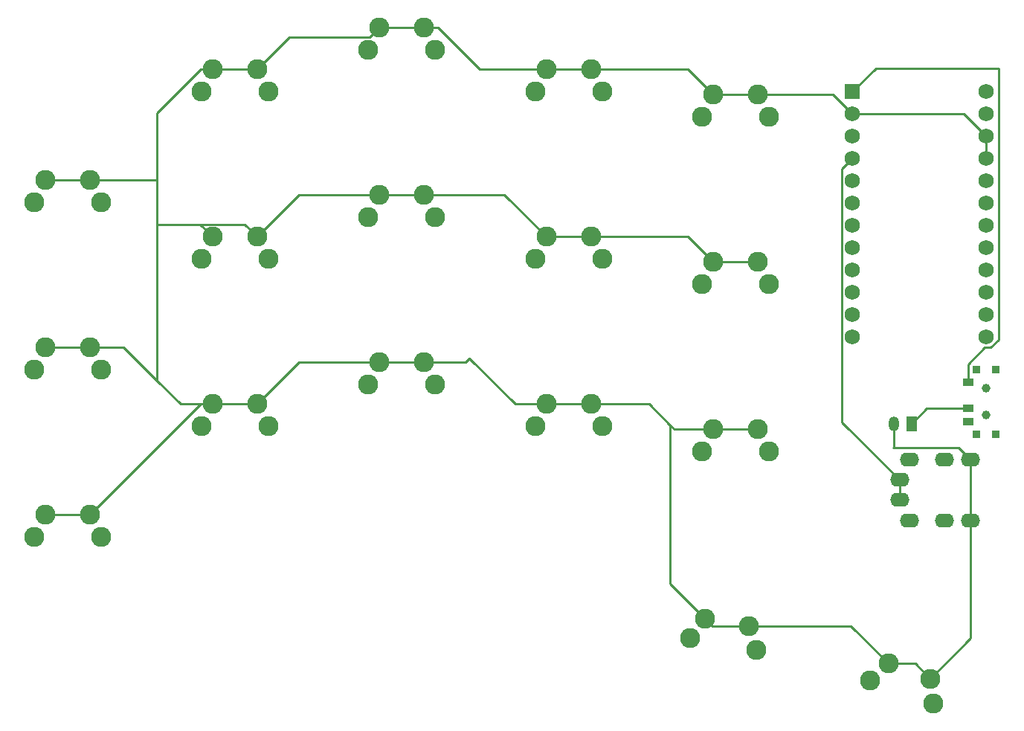
<source format=gbr>
%TF.GenerationSoftware,KiCad,Pcbnew,7.0.0*%
%TF.CreationDate,2023-02-26T13:34:35+00:00*%
%TF.ProjectId,olacc-34,6f6c6163-632d-4333-942e-6b696361645f,v1.0.0*%
%TF.SameCoordinates,Original*%
%TF.FileFunction,Copper,L2,Bot*%
%TF.FilePolarity,Positive*%
%FSLAX46Y46*%
G04 Gerber Fmt 4.6, Leading zero omitted, Abs format (unit mm)*
G04 Created by KiCad (PCBNEW 7.0.0) date 2023-02-26 13:34:35*
%MOMM*%
%LPD*%
G01*
G04 APERTURE LIST*
%TA.AperFunction,ComponentPad*%
%ADD10C,2.286000*%
%TD*%
%TA.AperFunction,ComponentPad*%
%ADD11R,1.752600X1.752600*%
%TD*%
%TA.AperFunction,ComponentPad*%
%ADD12C,1.752600*%
%TD*%
%TA.AperFunction,WasherPad*%
%ADD13C,1.000000*%
%TD*%
%TA.AperFunction,SMDPad,CuDef*%
%ADD14R,1.250000X0.900000*%
%TD*%
%TA.AperFunction,SMDPad,CuDef*%
%ADD15R,0.900000X0.900000*%
%TD*%
%TA.AperFunction,ComponentPad*%
%ADD16R,1.200000X1.700000*%
%TD*%
%TA.AperFunction,ComponentPad*%
%ADD17O,1.200000X1.700000*%
%TD*%
%TA.AperFunction,ComponentPad*%
%ADD18O,2.200000X1.600000*%
%TD*%
%TA.AperFunction,Conductor*%
%ADD19C,0.250000*%
%TD*%
G04 APERTURE END LIST*
D10*
%TO.P,S11,1*%
%TO.N,GND*%
X59540000Y36703000D03*
%TO.P,S11,2*%
%TO.N,matrix_index_home*%
X53190000Y34163000D03*
%TO.P,S11,1*%
%TO.N,GND*%
X54460000Y36703000D03*
%TO.P,S11,2*%
%TO.N,matrix_index_home*%
X60810000Y34163000D03*
%TD*%
%TO.P,S14,1*%
%TO.N,GND*%
X78540000Y33845500D03*
%TO.P,S14,2*%
%TO.N,matrix_inner_home*%
X72190000Y31305500D03*
%TO.P,S14,1*%
%TO.N,GND*%
X73460000Y33845500D03*
%TO.P,S14,2*%
%TO.N,matrix_inner_home*%
X79810000Y31305500D03*
%TD*%
%TO.P,S1,1*%
%TO.N,GND*%
X2540000Y5080000D03*
%TO.P,S1,2*%
%TO.N,matrix_pinky_bottom*%
X-3810000Y2540000D03*
%TO.P,S1,1*%
%TO.N,GND*%
X-2540000Y5080000D03*
%TO.P,S1,2*%
%TO.N,matrix_pinky_bottom*%
X3810000Y2540000D03*
%TD*%
%TO.P,S2,1*%
%TO.N,GND*%
X2540000Y24130000D03*
%TO.P,S2,2*%
%TO.N,matrix_pinky_home*%
X-3810000Y21590000D03*
%TO.P,S2,1*%
%TO.N,GND*%
X-2540000Y24130000D03*
%TO.P,S2,2*%
%TO.N,matrix_pinky_home*%
X3810000Y21590000D03*
%TD*%
%TO.P,S3,1*%
%TO.N,GND*%
X2540000Y43180000D03*
%TO.P,S3,2*%
%TO.N,matrix_pinky_top*%
X-3810000Y40640000D03*
%TO.P,S3,1*%
%TO.N,GND*%
X-2540000Y43180000D03*
%TO.P,S3,2*%
%TO.N,matrix_pinky_top*%
X3810000Y40640000D03*
%TD*%
%TO.P,S4,1*%
%TO.N,GND*%
X21540000Y17653000D03*
%TO.P,S4,2*%
%TO.N,matrix_ring_bottom*%
X15190000Y15113000D03*
%TO.P,S4,1*%
%TO.N,GND*%
X16460000Y17653000D03*
%TO.P,S4,2*%
%TO.N,matrix_ring_bottom*%
X22810000Y15113000D03*
%TD*%
%TO.P,S5,1*%
%TO.N,GND*%
X21540000Y36703000D03*
%TO.P,S5,2*%
%TO.N,matrix_ring_home*%
X15190000Y34163000D03*
%TO.P,S5,1*%
%TO.N,GND*%
X16460000Y36703000D03*
%TO.P,S5,2*%
%TO.N,matrix_ring_home*%
X22810000Y34163000D03*
%TD*%
%TO.P,S6,1*%
%TO.N,GND*%
X21540000Y55753000D03*
%TO.P,S6,2*%
%TO.N,matrix_ring_top*%
X15190000Y53213000D03*
%TO.P,S6,1*%
%TO.N,GND*%
X16460000Y55753000D03*
%TO.P,S6,2*%
%TO.N,matrix_ring_top*%
X22810000Y53213000D03*
%TD*%
%TO.P,S7,1*%
%TO.N,GND*%
X40540000Y22415500D03*
%TO.P,S7,2*%
%TO.N,matrix_middle_bottom*%
X34190000Y19875500D03*
%TO.P,S7,1*%
%TO.N,GND*%
X35460000Y22415500D03*
%TO.P,S7,2*%
%TO.N,matrix_middle_bottom*%
X41810000Y19875500D03*
%TD*%
%TO.P,S8,1*%
%TO.N,GND*%
X40540000Y41465500D03*
%TO.P,S8,2*%
%TO.N,matrix_middle_home*%
X34190000Y38925500D03*
%TO.P,S8,1*%
%TO.N,GND*%
X35460000Y41465500D03*
%TO.P,S8,2*%
%TO.N,matrix_middle_home*%
X41810000Y38925500D03*
%TD*%
%TO.P,S9,1*%
%TO.N,GND*%
X40540000Y60515500D03*
%TO.P,S9,2*%
%TO.N,matrix_middle_top*%
X34190000Y57975500D03*
%TO.P,S9,1*%
%TO.N,GND*%
X35460000Y60515500D03*
%TO.P,S9,2*%
%TO.N,matrix_middle_top*%
X41810000Y57975500D03*
%TD*%
%TO.P,S10,1*%
%TO.N,GND*%
X59540000Y17653000D03*
%TO.P,S10,2*%
%TO.N,matrix_index_bottom*%
X53190000Y15113000D03*
%TO.P,S10,1*%
%TO.N,GND*%
X54460000Y17653000D03*
%TO.P,S10,2*%
%TO.N,matrix_index_bottom*%
X60810000Y15113000D03*
%TD*%
%TO.P,S12,1*%
%TO.N,GND*%
X59540000Y55753000D03*
%TO.P,S12,2*%
%TO.N,matrix_index_top*%
X53190000Y53213000D03*
%TO.P,S12,1*%
%TO.N,GND*%
X54460000Y55753000D03*
%TO.P,S12,2*%
%TO.N,matrix_index_top*%
X60810000Y53213000D03*
%TD*%
%TO.P,S13,1*%
%TO.N,GND*%
X78540000Y14795500D03*
%TO.P,S13,2*%
%TO.N,matrix_inner_bottom*%
X72190000Y12255500D03*
%TO.P,S13,1*%
%TO.N,GND*%
X73460000Y14795500D03*
%TO.P,S13,2*%
%TO.N,matrix_inner_bottom*%
X79810000Y12255500D03*
%TD*%
%TO.P,S15,1*%
%TO.N,GND*%
X78540000Y52895500D03*
%TO.P,S15,2*%
%TO.N,matrix_inner_top*%
X72190000Y50355500D03*
%TO.P,S15,1*%
%TO.N,GND*%
X73460000Y52895500D03*
%TO.P,S15,2*%
%TO.N,matrix_inner_top*%
X79810000Y50355500D03*
%TD*%
%TO.P,S16,1*%
%TO.N,GND*%
X77528544Y-7630243D03*
%TO.P,S16,2*%
%TO.N,thumb_tucky*%
X70833949Y-9028989D03*
%TO.P,S16,1*%
%TO.N,GND*%
X72525721Y-6748110D03*
%TO.P,S16,2*%
%TO.N,thumb_tucky*%
X78338184Y-10352188D03*
%TD*%
%TO.P,S17,1*%
%TO.N,GND*%
X98203891Y-13628555D03*
%TO.P,S17,2*%
%TO.N,thumb_reachy*%
X91368111Y-13843546D03*
%TO.P,S17,1*%
%TO.N,GND*%
X93430252Y-11891092D03*
%TO.P,S17,2*%
%TO.N,thumb_reachy*%
X98528569Y-16449739D03*
%TD*%
D11*
%TO.P,MCU1,1*%
%TO.N,RAW*%
X89334999Y53212999D03*
D12*
%TO.P,MCU1,2*%
%TO.N,GND*%
X89335000Y50673000D03*
%TO.P,MCU1,3*%
%TO.N,RST*%
X89335000Y48133000D03*
%TO.P,MCU1,4*%
%TO.N,VCC*%
X89335000Y45593000D03*
%TO.P,MCU1,5*%
%TO.N,matrix_index_top*%
X89335000Y43053000D03*
%TO.P,MCU1,6*%
%TO.N,matrix_middle_top*%
X89335000Y40513000D03*
%TO.P,MCU1,7*%
%TO.N,matrix_ring_top*%
X89335000Y37973000D03*
%TO.P,MCU1,8*%
%TO.N,matrix_pinky_top*%
X89335000Y35433000D03*
%TO.P,MCU1,9*%
%TO.N,matrix_ring_home*%
X89335000Y32893000D03*
%TO.P,MCU1,10*%
%TO.N,matrix_middle_home*%
X89335000Y30353000D03*
%TO.P,MCU1,11*%
%TO.N,matrix_index_home*%
X89335000Y27813000D03*
%TO.P,MCU1,12*%
%TO.N,matrix_inner_home*%
X89335000Y25273000D03*
%TO.P,MCU1,13*%
%TO.N,matrix_inner_top*%
X104575000Y53213000D03*
%TO.P,MCU1,14*%
%TO.N,P0*%
X104575000Y50673000D03*
%TO.P,MCU1,15*%
%TO.N,GND*%
X104575000Y48133000D03*
%TO.P,MCU1,16*%
X104575000Y45593000D03*
%TO.P,MCU1,17*%
%TO.N,matrix_pinky_home*%
X104575000Y43053000D03*
%TO.P,MCU1,18*%
%TO.N,matrix_pinky_bottom*%
X104575000Y40513000D03*
%TO.P,MCU1,19*%
%TO.N,matrix_ring_bottom*%
X104575000Y37973000D03*
%TO.P,MCU1,20*%
%TO.N,matrix_middle_bottom*%
X104575000Y35433000D03*
%TO.P,MCU1,21*%
%TO.N,matrix_index_bottom*%
X104575000Y32893000D03*
%TO.P,MCU1,22*%
%TO.N,matrix_inner_bottom*%
X104575000Y30353000D03*
%TO.P,MCU1,23*%
%TO.N,thumb_tucky*%
X104575000Y27813000D03*
%TO.P,MCU1,24*%
%TO.N,thumb_reachy*%
X104575000Y25273000D03*
%TD*%
D13*
%TO.P,T1,*%
%TO.N,*%
X104575000Y16415500D03*
X104575000Y19415500D03*
%TD*%
%TO.P,T2,*%
%TO.N,*%
X104575000Y16415500D03*
X104575000Y19415500D03*
D14*
%TO.P,T2,1*%
%TO.N,RAW*%
X102499999Y20165499D03*
%TO.P,T2,2*%
%TO.N,BAT*%
X102499999Y17165499D03*
%TO.P,T2,3*%
%TO.N,N/C*%
X102499999Y15665499D03*
D15*
%TO.P,T2,*%
%TO.N,*%
X105674999Y14215499D03*
X103474999Y14215499D03*
X103474999Y21615499D03*
X105674999Y21615499D03*
%TD*%
D16*
%TO.P,JST1,1*%
%TO.N,BAT*%
X96049999Y15430499D03*
D17*
%TO.P,JST1,2*%
%TO.N,GND*%
X94049999Y15430499D03*
%TD*%
D18*
%TO.P,TRRS1,1*%
%TO.N,VCC*%
X94699999Y9015499D03*
%TO.P,TRRS1,2*%
%TO.N,P2*%
X95799999Y4415499D03*
%TO.P,TRRS1,3*%
%TO.N,P3*%
X99799999Y4415499D03*
%TO.P,TRRS1,4*%
%TO.N,GND*%
X102799999Y4415499D03*
%TO.P,TRRS1,1*%
%TO.N,VCC*%
X94699999Y6715499D03*
%TO.P,TRRS1,2*%
%TO.N,P2*%
X95799999Y11315499D03*
%TO.P,TRRS1,3*%
%TO.N,P3*%
X99799999Y11315499D03*
%TO.P,TRRS1,4*%
%TO.N,GND*%
X102799999Y11315499D03*
%TD*%
D19*
%TO.N,VCC*%
X94700000Y9015500D02*
X94700000Y6715500D01*
X94700000Y9015500D02*
X88133700Y15581800D01*
X88133700Y15581800D02*
X88133700Y44391700D01*
X88133700Y44391700D02*
X89335000Y45593000D01*
%TO.N,RAW*%
X104381200Y24071700D02*
X105072595Y24071700D01*
X105994250Y24993355D02*
X105994250Y55880000D01*
X102500000Y22190500D02*
X104381200Y24071700D01*
X92002000Y55880000D02*
X89335000Y53213000D01*
X105072595Y24071700D02*
X105994250Y24993355D01*
X102500000Y20165500D02*
X102500000Y22190500D01*
X105994250Y55880000D02*
X92002000Y55880000D01*
%TO.N,GND*%
X102800000Y11315500D02*
X101415500Y12700000D01*
X101415500Y12700000D02*
X93980000Y12700000D01*
X93980000Y12700000D02*
X94050000Y12770000D01*
X94050000Y12770000D02*
X94050000Y15430500D01*
X104575000Y48133000D02*
X104575000Y45593000D01*
X89335000Y50673000D02*
X102035000Y50673000D01*
X102035000Y50673000D02*
X104575000Y48133000D01*
X78540000Y52895500D02*
X87112500Y52895500D01*
X87112500Y52895500D02*
X89335000Y50673000D01*
X73460000Y52895500D02*
X78540000Y52895500D01*
X59540000Y55753000D02*
X70602500Y55753000D01*
X70602500Y55753000D02*
X73460000Y52895500D01*
X54460000Y55753000D02*
X59540000Y55753000D01*
X40540000Y60515500D02*
X42156446Y60515500D01*
X46918946Y55753000D02*
X54460000Y55753000D01*
X42156446Y60515500D02*
X46918946Y55753000D01*
X35460000Y60515500D02*
X40540000Y60515500D01*
X21540000Y55753000D02*
X25230500Y59443500D01*
X25230500Y59443500D02*
X34388000Y59443500D01*
X34388000Y59443500D02*
X35460000Y60515500D01*
X16460000Y55753000D02*
X21540000Y55753000D01*
X10160000Y43180000D02*
X10160000Y50800000D01*
X10160000Y50800000D02*
X15113000Y55753000D01*
X15113000Y55753000D02*
X16460000Y55753000D01*
X73460000Y33845500D02*
X78540000Y33845500D01*
X59540000Y36703000D02*
X70602500Y36703000D01*
X70602500Y36703000D02*
X73460000Y33845500D01*
X54460000Y36703000D02*
X59540000Y36703000D01*
X40540000Y41465500D02*
X49697500Y41465500D01*
X49697500Y41465500D02*
X54460000Y36703000D01*
X35460000Y41465500D02*
X40540000Y41465500D01*
X39814500Y41465500D02*
X40640000Y40640000D01*
X35460000Y41465500D02*
X39814500Y41465500D01*
X21540000Y36703000D02*
X26302500Y41465500D01*
X26302500Y41465500D02*
X35460000Y41465500D01*
X15240000Y38100000D02*
X10160000Y38100000D01*
X15063000Y38100000D02*
X15240000Y38100000D01*
X15240000Y38100000D02*
X20143000Y38100000D01*
X10160000Y38100000D02*
X10160000Y43180000D01*
X16460000Y36703000D02*
X15063000Y38100000D01*
X20143000Y38100000D02*
X21540000Y36703000D01*
X-2540000Y43180000D02*
X2540000Y43180000D01*
X10160000Y20320000D02*
X10160000Y43180000D01*
X12827000Y17653000D02*
X10160000Y20320000D01*
X10160000Y20320000D02*
X6350000Y24130000D01*
X10160000Y43180000D02*
X2540000Y43180000D01*
X-2540000Y24130000D02*
X2540000Y24130000D01*
X16460000Y17653000D02*
X12827000Y17653000D01*
X6350000Y24130000D02*
X2540000Y24130000D01*
X2540000Y5080000D02*
X-2540000Y5080000D01*
X16460000Y17653000D02*
X15113000Y17653000D01*
X15113000Y17653000D02*
X2540000Y5080000D01*
X21540000Y17653000D02*
X16460000Y17653000D01*
X35460000Y22415500D02*
X26302500Y22415500D01*
X26302500Y22415500D02*
X21540000Y17653000D01*
X40540000Y22415500D02*
X35460000Y22415500D01*
X50927000Y17653000D02*
X45720000Y22860000D01*
X54460000Y17653000D02*
X50927000Y17653000D01*
X45720000Y22860000D02*
X45275500Y22415500D01*
X45275500Y22415500D02*
X40540000Y22415500D01*
X59540000Y17653000D02*
X54460000Y17653000D01*
X68580000Y15240000D02*
X66167000Y17653000D01*
X66167000Y17653000D02*
X59540000Y17653000D01*
X78540000Y14795500D02*
X73460000Y14795500D01*
X72525721Y-6748110D02*
X68580000Y-2802389D01*
X68580000Y-2802389D02*
X68580000Y15240000D01*
X68580000Y15240000D02*
X69024500Y14795500D01*
X69024500Y14795500D02*
X73460000Y14795500D01*
X77528544Y-7630243D02*
X73407854Y-7630243D01*
X73407854Y-7630243D02*
X72525721Y-6748110D01*
X93430252Y-11891092D02*
X89169403Y-7630243D01*
X89169403Y-7630243D02*
X77528544Y-7630243D01*
X98203891Y-13628555D02*
X96466428Y-11891092D01*
X96466428Y-11891092D02*
X93430252Y-11891092D01*
X102800000Y4415500D02*
X102800000Y-9032446D01*
X102800000Y-9032446D02*
X98203891Y-13628555D01*
X102800000Y11315500D02*
X102800000Y4415500D01*
%TO.N,BAT*%
X102500000Y17165500D02*
X97785000Y17165500D01*
X97785000Y17165500D02*
X96050000Y15430500D01*
%TD*%
M02*

</source>
